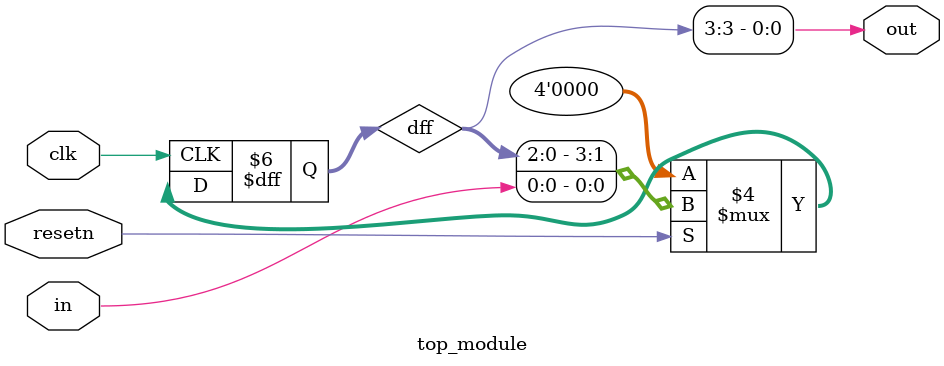
<source format=v>
module top_module (
    input clk,
    input resetn,   // synchronous reset
    input in,
    output reg out
);
    
    reg [3:0] dff;
    
    assign out = dff[3];
    
    always @(posedge clk) begin
        if (resetn == 1'b0) begin
            dff <= 4'h0;
        end
        else begin
            dff <= {dff[2:0], in};
        end
    end

endmodule

</source>
